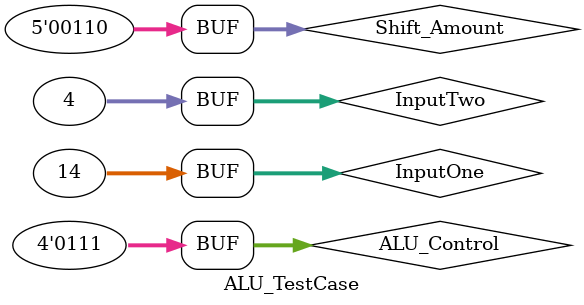
<source format=v>
`timescale 1ns / 1ps


module ALU_TestCase;

	// Inputs
	reg [31:0] InputOne;
	reg [31:0] InputTwo;
	reg [3:0] ALU_Control;
	reg [4:0] Shift_Amount;

	// Outputs
	wire [31:0] Result;
	wire Zero;

	// Instantiate the Unit Under Test (UUT)
	ALU uut (
		.InputOne(InputOne), 
		.InputTwo(InputTwo), 
		.ALU_Control(ALU_Control), 
		.Shift_Amount(Shift_Amount), 
		.Result(Result), 
		.Zero(Zero)
	);

	initial begin
	
		// ADD output -> Result = 0000_0000_0000_0000_0000_0000_0000_1100  Zero = 0
		InputOne = 5;
		InputTwo = 7;
		ALU_Control = 4'b0000;
		Shift_Amount = 5'b0110;   		   // Dont Care
		
		#250;

		// NOT output -> Result = 1111_1111_1111_1111_1111_1111_1111_1011  Zero = 0
		InputOne = 4; 
		InputTwo = 9;						  // Dont Care
		ALU_Control = 4'b0010;
		Shift_Amount = 5'b0100;  		 // Dont Care
		
		#250;
		
		// LSR output -> Result = 0000_0000_0000_0000_0000_0000_0000_0001  Zero = 0
		InputOne = 6; 
		InputTwo = 8;             	   // Dont Care
		ALU_Control = 4'b0100;
		Shift_Amount = 5'b00010;
		
		#250;
		
		// SLT output -> Result = 0000_0000_0000_0000_0000_0000_0000_0000  Zero = 1
		InputOne = 14;
		InputTwo = 4;
		ALU_Control = 4'b0111;
		Shift_Amount = 5'b0110;      // Dont Care

	end
      
endmodule


</source>
